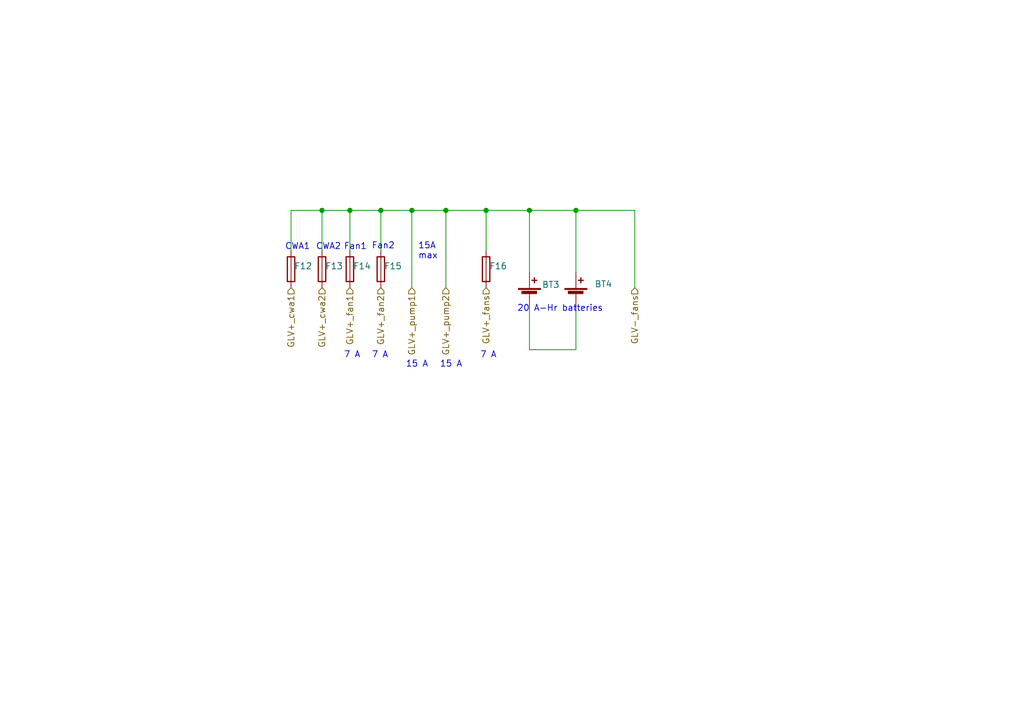
<source format=kicad_sch>
(kicad_sch (version 20230121) (generator eeschema)
  (paper "A5")
  (lib_symbols
    (symbol "Device:Battery_Cell" (pin_numbers hide) (pin_names (offset 0) hide)
      (property "Reference" "BT" (at 2.54 2.54 0))
      (property "Value" "Battery_Cell" (at 2.54 0 0))
      (symbol "Battery_Cell_0_1"
        (rectangle (start -2.286 1.778) (end 2.286 1.524) (fill (type outline)))
        (rectangle (start -1.5748 1.1938) (end 1.4732 0.6858) (fill (type outline)))
        (polyline (pts (xy 0 0.762) (xy 0 0)))
        (polyline (pts (xy 0 1.778) (xy 0 2.54)))
        (polyline (pts (xy 0.508 3.429) (xy 1.524 3.429)) (stroke (width 0.254)))
        (polyline (pts (xy 1.016 3.937) (xy 1.016 2.921)) (stroke (width 0.254)))
      )
      (symbol "Battery_Cell_1_1"
        (pin passive line (at 0 5.08 270) (length 2.54) (name "+") (number "1"))
        (pin passive line (at 0 -2.54 90) (length 2.54) (name "-") (number "2"))
      )
    )
    (symbol "Device:Fuse" (pin_numbers hide) (pin_names (offset 0))
      (property "Reference" "F" (at 2.032 0 90))
      (property "Value" "Fuse" (at -1.905 0 90))
      (symbol "Fuse_0_1"
        (rectangle (start -0.762 -2.54) (end 0.762 2.54) (stroke (width 0.254)))
        (polyline (pts (xy 0 2.54) (xy 0 -2.54)))
      )
      (symbol "Fuse_1_1"
        (pin passive line (at 0 3.81 270) (length 1.27) (name "~") (number "1"))
        (pin passive line (at 0 -3.81 90) (length 1.27) (name "~") (number "2"))
      )
    )
  )
  (junction (at 99.695 43.18))
  (junction (at 108.585 43.18))
  (junction (at 118.11 43.18))
  (junction (at 78.105 43.18))
  (junction (at 91.44 43.18))
  (junction (at 84.455 43.18))
  (junction (at 66.04 43.18))
  (junction (at 71.755 43.18))
  (wire (pts (xy 118.11 63.5) (xy 118.11 71.755)))
  (wire (pts (xy 130.175 43.18) (xy 130.175 59.055)))
  (wire (pts (xy 118.11 55.88) (xy 118.11 43.18)))
  (wire (pts (xy 78.105 43.18) (xy 78.105 51.435)))
  (wire (pts (xy 99.695 51.435) (xy 99.695 43.18)))
  (wire (pts (xy 71.755 43.18) (xy 71.755 51.435)))
  (wire (pts (xy 118.11 43.18) (xy 130.175 43.18)))
  (wire (pts (xy 99.695 43.18) (xy 108.585 43.18)))
  (wire (pts (xy 91.44 43.18) (xy 91.44 59.055)))
  (wire (pts (xy 108.585 43.18) (xy 118.11 43.18)))
  (wire (pts (xy 71.755 43.18) (xy 78.105 43.18)))
  (wire (pts (xy 59.69 51.435) (xy 59.69 43.18)))
  (wire (pts (xy 66.04 43.18) (xy 71.755 43.18)))
  (wire (pts (xy 108.585 71.755) (xy 118.11 71.755)))
  (wire (pts (xy 108.585 63.5) (xy 108.585 71.755)))
  (wire (pts (xy 78.105 43.18) (xy 84.455 43.18)))
  (wire (pts (xy 84.455 43.18) (xy 91.44 43.18)))
  (wire (pts (xy 91.44 43.18) (xy 99.695 43.18)))
  (wire (pts (xy 59.69 43.18) (xy 66.04 43.18)))
  (wire (pts (xy 108.585 43.18) (xy 108.585 55.88)))
  (wire (pts (xy 84.455 43.18) (xy 84.455 59.055)))
  (wire (pts (xy 66.04 43.18) (xy 66.04 51.435)))
  (text "Fan2\n\n" (at 76.2 53.34 0) (effects (font (size 1.27 1.27)) (justify left bottom)))
  (text "15A \nmax\n" (at 85.725 53.34 0) (effects (font (size 1.27 1.27)) (justify left bottom)))
  (text "15 A" (at 83.185 75.565 0) (effects (font (size 1.27 1.27)) (justify left bottom)))
  (text "15 A" (at 90.17 75.565 0) (effects (font (size 1.27 1.27)) (justify left bottom)))
  (text "7 A" (at 98.425 73.66 0) (effects (font (size 1.27 1.27)) (justify left bottom)))
  (text "Fan1\n" (at 70.485 51.435 0) (effects (font (size 1.27 1.27)) (justify left bottom)))
  (text "CWA1" (at 58.42 51.435 0) (effects (font (size 1.27 1.27)) (justify left bottom)))
  (text "CWA2" (at 64.77 51.435 0) (effects (font (size 1.27 1.27)) (justify left bottom)))
  (text "7 A" (at 76.2 73.66 0) (effects (font (size 1.27 1.27)) (justify left bottom)))
  (text "7 A" (at 70.485 73.66 0) (effects (font (size 1.27 1.27)) (justify left bottom)))
  (text "20 A-Hr batteries" (at 106.045 64.135 0) (effects (font (size 1.27 1.27)) (justify left bottom)))
  (hierarchical_label "GLV+_cwa2" (shape input) (at 66.04 59.055 270))
  (hierarchical_label "GLV+_pump2" (shape input) (at 91.44 59.055 270))
  (hierarchical_label "GLV-_fans" (shape input) (at 130.175 59.055 270))
  (hierarchical_label "GLV+_fan2" (shape input) (at 78.105 59.055 270))
  (hierarchical_label "GLV+_fan1" (shape input) (at 71.755 59.055 270))
  (hierarchical_label "GLV+_pump1" (shape input) (at 84.455 59.055 270))
  (hierarchical_label "GLV+_fans" (shape input) (at 99.695 59.055 270))
  (hierarchical_label "GLV+_cwa1" (shape input) (at 59.69 59.055 270))
  (symbol (lib_id "Device:Fuse") (at 71.755 55.245 0) (unit 1)
    (property "Reference" "F14" (at 72.39 54.61 0) (effects (justify left)))
    (property "Value" "Fuse" (effects hide))
  )
  (symbol (lib_id "Device:Battery_Cell") (at 108.585 60.96 0) (unit 1)
    (property "Reference" "BT3" (at 111.125 58.42 0) (effects (justify left)))
    (property "Value" "Battery_Cell" (effects hide))
  )
  (symbol (lib_id "Device:Fuse") (at 66.04 55.245 0) (unit 1)
    (property "Reference" "F13" (at 66.675 54.61 0) (effects (justify left)))
    (property "Value" "Fuse" (effects hide))
  )
  (symbol (lib_id "Device:Fuse") (at 78.105 55.245 0) (unit 1)
    (property "Reference" "F15" (at 78.74 54.61 0) (effects (justify left)))
    (property "Value" "Fuse" (effects hide))
  )
  (symbol (lib_id "Device:Battery_Cell") (at 118.11 60.96 0) (unit 1)
    (property "Reference" "BT4" (at 121.92 58.293 0) (effects (justify left)))
    (property "Value" "Battery_Cell" (effects hide))
  )
  (symbol (lib_id "Device:Fuse") (at 99.695 55.245 0) (unit 1)
    (property "Reference" "F16" (at 100.33 54.61 0) (effects (justify left)))
    (property "Value" "Fuse" (effects hide))
  )
  (symbol (lib_id "Device:Fuse") (at 59.69 55.245 0) (unit 1)
    (property "Reference" "F12" (at 60.325 54.61 0) (effects (justify left)))
    (property "Value" "Fuse" (effects hide))
  )
)
</source>
